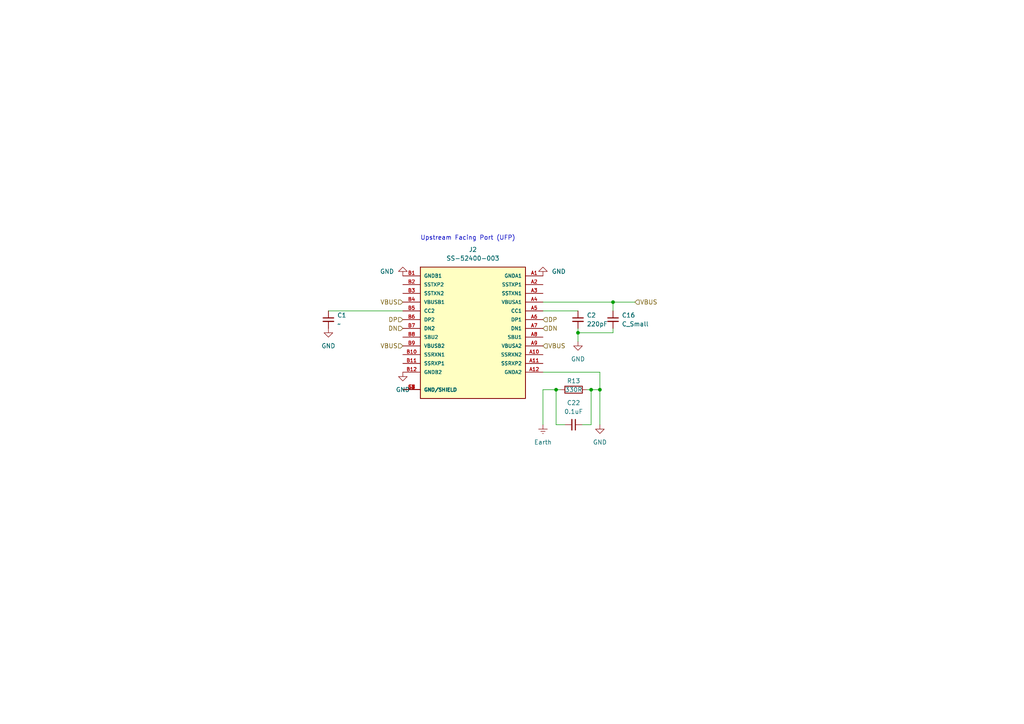
<source format=kicad_sch>
(kicad_sch (version 20211123) (generator eeschema)
  (paper "A4")
  (lib_symbols
    (symbol "Device:C_Small" (pin_numbers hide) (pin_names (offset 0.254) hide)
      (property "Reference" "C" (at 0.254 1.778 0))
      (property "Value" "C_Small" (at 0.254 -2.032 0))
      (symbol "C_Small_0_1"
        (polyline (pts (xy -1.524 -0.508) (xy 1.524 -0.508)) (stroke (width 0.3302)))
        (polyline (pts (xy -1.524 0.508) (xy 1.524 0.508)) (stroke (width 0.3048)))
      )
      (symbol "C_Small_1_1"
        (pin passive line (at 0 2.54 270) (length 2.032) (name "~") (number "1"))
        (pin passive line (at 0 -2.54 90) (length 2.032) (name "~") (number "2"))
      )
    )
    (symbol "Device:R" (pin_numbers hide) (pin_names (offset 0))
      (property "Reference" "R" (at 2.032 0 90))
      (property "Value" "R" (at 0 0 90))
      (symbol "R_0_1"
        (rectangle (start -1.016 -2.54) (end 1.016 2.54) (stroke (width 0.254)))
      )
      (symbol "R_1_1"
        (pin passive line (at 0 3.81 270) (length 1.27) (name "~") (number "1"))
        (pin passive line (at 0 -3.81 90) (length 1.27) (name "~") (number "2"))
      )
    )
    (symbol "SS-52400-003:SS-52400-003" (pin_names (offset 1.016))
      (property "Reference" "J" (at -15.24 19.05 0))
      (property "Value" "SS-52400-003" (at -15.24 -22.86 0))
      (symbol "SS-52400-003_0_0"
        (rectangle (start -15.24 -20.32) (end 15.24 17.78) (stroke (width 0.254)) (fill (type background)))
        (pin power_in line (at -20.32 15.24 0) (length 5.08) (name "GNDA1") (number "A1"))
        (pin bidirectional line (at -20.32 -7.62 0) (length 5.08) (name "SSRXN2") (number "A10"))
        (pin bidirectional line (at -20.32 -10.16 0) (length 5.08) (name "SSRXP2") (number "A11"))
        (pin power_in line (at -20.32 -12.7 0) (length 5.08) (name "GNDA2") (number "A12"))
        (pin bidirectional line (at -20.32 12.7 0) (length 5.08) (name "SSTXP1") (number "A2"))
        (pin bidirectional line (at -20.32 10.16 0) (length 5.08) (name "SSTXN1") (number "A3"))
        (pin power_in line (at -20.32 7.62 0) (length 5.08) (name "VBUSA1") (number "A4"))
        (pin bidirectional line (at -20.32 5.08 0) (length 5.08) (name "CC1") (number "A5"))
        (pin bidirectional line (at -20.32 2.54 0) (length 5.08) (name "DP1") (number "A6"))
        (pin bidirectional line (at -20.32 0 0) (length 5.08) (name "DN1") (number "A7"))
        (pin bidirectional line (at -20.32 -2.54 0) (length 5.08) (name "SBU1") (number "A8"))
        (pin power_in line (at -20.32 -5.08 0) (length 5.08) (name "VBUSA2") (number "A9"))
        (pin power_in line (at 20.32 15.24 180) (length 5.08) (name "GNDB1") (number "B1"))
        (pin bidirectional line (at 20.32 -7.62 180) (length 5.08) (name "SSRXN1") (number "B10"))
        (pin bidirectional line (at 20.32 -10.16 180) (length 5.08) (name "SSRXP1") (number "B11"))
        (pin power_in line (at 20.32 -12.7 180) (length 5.08) (name "GNDB2") (number "B12"))
        (pin bidirectional line (at 20.32 12.7 180) (length 5.08) (name "SSTXP2") (number "B2"))
        (pin bidirectional line (at 20.32 10.16 180) (length 5.08) (name "SSTXN2") (number "B3"))
        (pin power_in line (at 20.32 7.62 180) (length 5.08) (name "VBUSB1") (number "B4"))
        (pin bidirectional line (at 20.32 5.08 180) (length 5.08) (name "CC2") (number "B5"))
        (pin bidirectional line (at 20.32 2.54 180) (length 5.08) (name "DP2") (number "B6"))
        (pin bidirectional line (at 20.32 0 180) (length 5.08) (name "DN2") (number "B7"))
        (pin bidirectional line (at 20.32 -2.54 180) (length 5.08) (name "SBU2") (number "B8"))
        (pin power_in line (at 20.32 -5.08 180) (length 5.08) (name "VBUSB2") (number "B9"))
        (pin power_in line (at 20.32 -17.78 180) (length 5.08) (name "GND/SHIELD") (number "G1"))
        (pin power_in line (at 20.32 -17.78 180) (length 5.08) (name "GND/SHIELD") (number "G2"))
        (pin power_in line (at 20.32 -17.78 180) (length 5.08) (name "GND/SHIELD") (number "G3"))
        (pin power_in line (at 20.32 -17.78 180) (length 5.08) (name "GND/SHIELD") (number "G4"))
        (pin power_in line (at 20.32 -17.78 180) (length 5.08) (name "GND/SHIELD") (number "S1"))
        (pin power_in line (at 20.32 -17.78 180) (length 5.08) (name "GND/SHIELD") (number "S2"))
        (pin power_in line (at 20.32 -17.78 180) (length 5.08) (name "GND/SHIELD") (number "S3"))
        (pin power_in line (at 20.32 -17.78 180) (length 5.08) (name "GND/SHIELD") (number "S4"))
      )
    )
    (symbol "power:Earth" (power) (pin_names (offset 0))
      (symbol "Earth_0_1"
        (polyline (pts (xy -0.635 -1.905) (xy 0.635 -1.905)))
        (polyline (pts (xy -0.127 -2.54) (xy 0.127 -2.54)))
        (polyline (pts (xy 0 -1.27) (xy 0 0)))
        (polyline (pts (xy 1.27 -1.27) (xy -1.27 -1.27)))
      )
      (symbol "Earth_1_1"
        (pin power_in line (at 0 0 270) (length 0) hide (name "Earth") (number "1"))
      )
    )
    (symbol "power:GND" (power) (pin_names (offset 0))
      (property "Value" "GND" (at 0 -3.81 0))
      (symbol "GND_0_1"
        (polyline (pts (xy 0 0) (xy 0 -1.27) (xy 1.27 -1.27) (xy 0 -2.54) (xy -1.27 -1.27) (xy 0 -1.27)))
      )
      (symbol "GND_1_1"
        (pin power_in line (at 0 0 270) (length 0) hide (name "GND") (number "1"))
      )
    )
  )
  (junction (at 171.45 113.03))
  (junction (at 167.64 96.52))
  (junction (at 173.99 113.03))
  (junction (at 177.8 87.63))
  (junction (at 161.29 113.03))
  (wire (pts (xy 177.8 90.17) (xy 177.8 87.63)))
  (wire (pts (xy 157.48 87.63) (xy 177.8 87.63)))
  (wire (pts (xy 163.83 123.19) (xy 161.29 123.19)))
  (wire (pts (xy 95.25 90.17) (xy 116.84 90.17)))
  (wire (pts (xy 157.48 113.03) (xy 157.48 123.19)))
  (wire (pts (xy 157.48 113.03) (xy 161.29 113.03)))
  (wire (pts (xy 177.8 87.63) (xy 184.15 87.63)))
  (wire (pts (xy 171.45 123.19) (xy 171.45 113.03)))
  (wire (pts (xy 171.45 113.03) (xy 170.18 113.03)))
  (wire (pts (xy 171.45 113.03) (xy 173.99 113.03)))
  (wire (pts (xy 168.91 123.19) (xy 171.45 123.19)))
  (wire (pts (xy 177.8 95.25) (xy 177.8 96.52)))
  (wire (pts (xy 161.29 113.03) (xy 162.56 113.03)))
  (wire (pts (xy 177.8 96.52) (xy 167.64 96.52)))
  (wire (pts (xy 173.99 113.03) (xy 173.99 123.19)))
  (wire (pts (xy 157.48 90.17) (xy 167.64 90.17)))
  (wire (pts (xy 161.29 123.19) (xy 161.29 113.03)))
  (wire (pts (xy 157.48 107.95) (xy 173.99 107.95)))
  (wire (pts (xy 167.64 96.52) (xy 167.64 95.25)))
  (wire (pts (xy 173.99 107.95) (xy 173.99 113.03)))
  (wire (pts (xy 167.64 99.06) (xy 167.64 96.52)))
  (text "Upstream Facing Port (UFP)" (at 121.92 69.85 0) (effects (font (size 1.27 1.27)) (justify left bottom)))
  (hierarchical_label "VBUS" (shape input) (at 157.48 100.33 0))
  (hierarchical_label "DP" (shape input) (at 157.48 92.71 0))
  (hierarchical_label "VBUS" (shape input) (at 116.84 87.63 180))
  (hierarchical_label "VBUS" (shape input) (at 184.15 87.63 0))
  (hierarchical_label "DP" (shape input) (at 116.84 92.71 180))
  (hierarchical_label "DN" (shape input) (at 157.48 95.25 0))
  (hierarchical_label "VBUS" (shape input) (at 116.84 100.33 180))
  (hierarchical_label "DN" (shape input) (at 116.84 95.25 180))
  (symbol (lib_id "Device:C_Small") (at 166.37 123.19 270) (mirror x) (unit 1)
    (property "Reference" "C22" (at 166.3636 116.84 90))
    (property "Value" "0.1uF" (at 166.3636 119.38 90))
    (property "Footprint" "Capacitor_SMD:C_0402_1005Metric" (effects hide))
    (property "Part Number" "CGA2B3X7R1V104K050BB" (effects hide))
    (property "Digi-Key Part Number" "445-6901-1-ND" (effects hide))
    (property "Description" "CAP CER 0.1uF 35V 10% X7R SMD 0402" (effects hide))
  )
  (symbol (lib_id "power:GND") (at 157.48 80.01 180) (unit 1)
    (property "Reference" "#PWR?" (effects hide))
    (property "Value" "GND" (at 160.02 78.7399 0) (effects (justify right)))
  )
  (symbol (lib_id "power:GND") (at 95.25 95.25 0) (unit 1)
    (property "Reference" "#PWR?" (effects hide))
    (property "Value" "GND" (at 95.25 100.33 0))
  )
  (symbol (lib_id "power:Earth") (at 157.48 123.19 0) (unit 1)
    (property "Reference" "#PWR?" (effects hide))
    (property "Value" "Earth" (at 157.48 128.27 0))
  )
  (symbol (lib_id "Device:R") (at 166.37 113.03 90) (unit 1)
    (property "Reference" "R13" (at 166.37 110.49 90))
    (property "Value" "330R" (at 166.37 113.03 90))
    (property "Footprint" "Resistor_SMD:R_0402_1005Metric" (effects hide))
    (property "Description" "RES TKF 330R 1% 1/10W SMD 0402" (effects hide))
    (property "Part Number" "ERJ-2RKF3300X" (effects hide))
    (property "Digi-Key Part Number" "P330LCT-ND" (effects hide))
  )
  (symbol (lib_id "power:GND") (at 167.64 99.06 0) (unit 1)
    (property "Reference" "#PWR?" (effects hide))
    (property "Value" "GND" (at 167.64 104.14 0))
  )
  (symbol (lib_id "Device:C_Small") (at 167.64 92.71 0) (mirror y) (unit 1)
    (property "Reference" "C2" (at 170.18 91.4462 0) (effects (justify right)))
    (property "Value" "220pF" (at 170.18 93.9862 0) (effects (justify right)))
    (property "Footprint" "Capacitor_SMD:C_0402_1005Metric" (effects hide))
    (property "Part Number" "GRM1555C1H221JA01D" (effects hide))
    (property "Digi-Key Part Number" "490-1293-1-ND" (effects hide))
    (property "Description" "CAP CER 220pF 50V 5% NP0 SMD 0402" (effects hide))
  )
  (symbol (lib_id "power:GND") (at 116.84 107.95 0) (unit 1)
    (property "Reference" "#PWR?" (effects hide))
    (property "Value" "GND" (at 116.84 113.03 0))
  )
  (symbol (lib_id "power:GND") (at 116.84 80.01 0) (mirror x) (unit 1)
    (property "Reference" "#PWR?" (effects hide))
    (property "Value" "GND" (at 114.3 78.7399 0) (effects (justify right)))
  )
  (symbol (lib_id "SS-52400-003:SS-52400-003") (at 137.16 95.25 0) (mirror y) (unit 1)
    (property "Reference" "J2" (at 137.16 72.39 0))
    (property "Value" "SS-52400-003" (at 137.16 74.93 0))
    (property "Footprint" "Connector_USB:BELFUSE_SS-52400-003" (effects hide))
    (property "PARTREV" "A0" (effects hide))
    (property "STANDARD" "Manufacturer Recommendations" (effects hide))
    (property "MAXIMUM_PACKAGE_HEIGHT" "2.96 mm" (effects hide))
    (property "MANUFACTURER" "BelFuse" (effects hide))
    (property "Part Number" "SS-52400-003" (effects hide))
    (property "Digi-Key Part Number" "380-SS-52400-003CT-ND" (effects hide))
  )
  (symbol (lib_id "Device:C_Small") (at 177.8 92.71 0) (unit 1)
    (property "Reference" "C16" (at 180.34 91.4462 0) (effects (justify left)))
    (property "Value" "C_Small" (at 180.34 93.9862 0) (effects (justify left)))
    (property "Footprint" "Capacitor_SMD:C_0603_1608Metric" (effects hide))
    (property "Part Number" "GRM188R61H225KE11D" (effects hide))
    (property "Digi-Key Part Number" "490-10733-1-ND" (effects hide))
    (property "Description" "CAP CER 2.2uF 50V 10% X5R SMD 0603" (effects hide))
  )
  (symbol (lib_id "power:GND") (at 173.99 123.19 0) (unit 1)
    (property "Reference" "#PWR?" (effects hide))
    (property "Value" "GND" (at 173.99 128.27 0))
  )
  (symbol (lib_id "Device:C_Small") (at 95.25 92.71 0) (mirror y) (unit 1)
    (property "Reference" "C1" (at 97.79 91.4462 0) (effects (justify right)))
    (property "Value" "~" (at 97.79 93.9862 0) (effects (justify right)))
    (property "Description" "CAP CER 220pF 50V 5% NP0 SMD 0402" (effects hide))
    (property "Manufacturer Part Number" "GRM1555C1H221JA01D" (effects hide))
    (property "Supplier" "Digikey" (effects hide))
    (property "Supplier Part Number" "490-1293-1-ND" (effects hide))
  )
)
</source>
